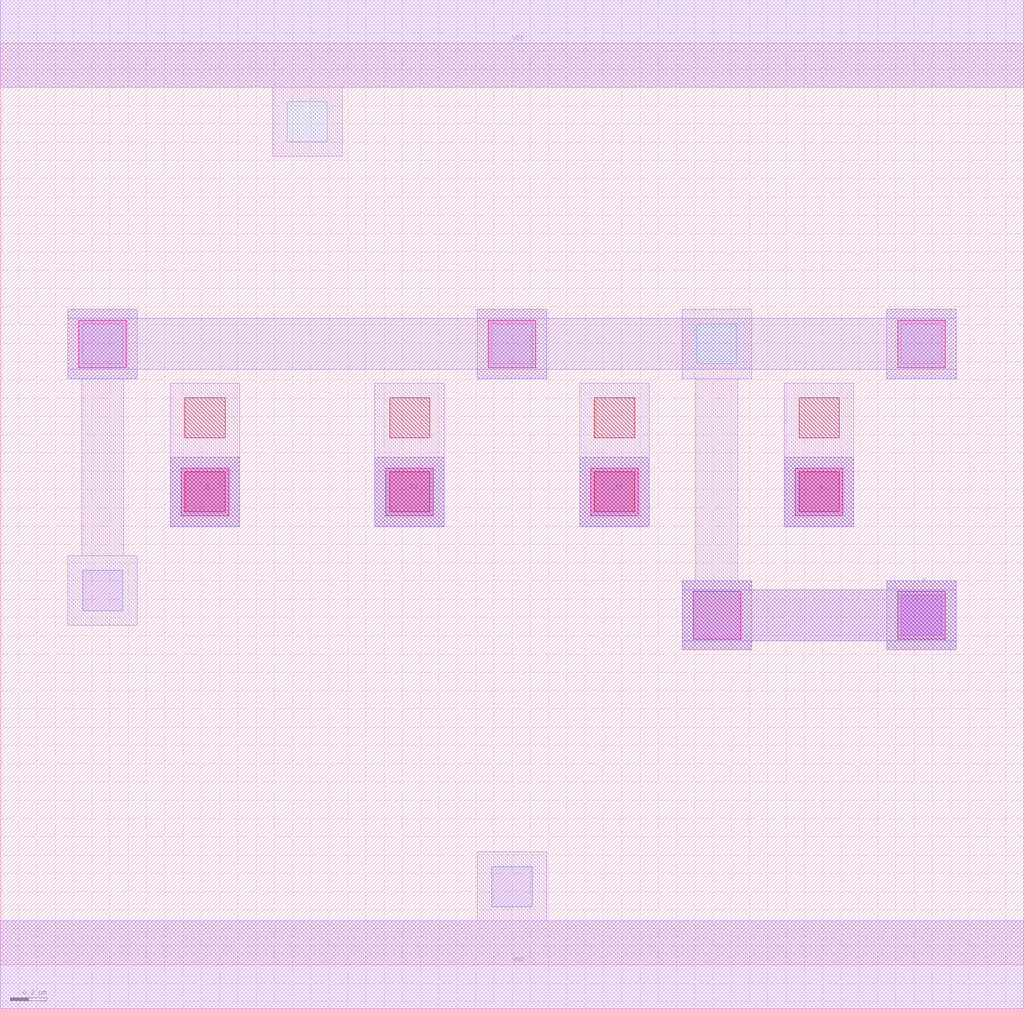
<source format=lef>
MACRO AAOI22
 CLASS CORE ;
 FOREIGN AAOI22 0 0 ;
 SIZE 5.6000000000000005 BY 5.04 ;
 ORIGIN 0 0 ;
 SYMMETRY X Y R90 ;
 SITE unit ;
  PIN VDD
   DIRECTION INOUT ;
   USE POWER ;
   SHAPE ABUTMENT ;
    PORT
     CLASS CORE ;
       LAYER met1 ;
        RECT 0.00000000 4.80000000 5.60000000 5.28000000 ;
    END
  END VDD

  PIN GND
   DIRECTION INOUT ;
   USE POWER ;
   SHAPE ABUTMENT ;
    PORT
     CLASS CORE ;
       LAYER met1 ;
        RECT 0.00000000 -0.24000000 5.60000000 0.24000000 ;
    END
  END GND

  PIN Y
   DIRECTION INOUT ;
   USE SIGNAL ;
   SHAPE ABUTMENT ;
    PORT
     CLASS CORE ;
       LAYER met2 ;
        RECT 3.73000000 1.72200000 4.11000000 1.77200000 ;
        RECT 4.85000000 1.72200000 5.23000000 1.77200000 ;
        RECT 3.73000000 1.77200000 5.23000000 2.05200000 ;
        RECT 3.73000000 2.05200000 4.11000000 2.10200000 ;
        RECT 4.85000000 2.05200000 5.23000000 2.10200000 ;
    END
  END Y

  PIN A
   DIRECTION INOUT ;
   USE SIGNAL ;
   SHAPE ABUTMENT ;
    PORT
     CLASS CORE ;
       LAYER met2 ;
        RECT 4.29000000 2.39700000 4.67000000 2.77700000 ;
    END
  END A

  PIN B
   DIRECTION INOUT ;
   USE SIGNAL ;
   SHAPE ABUTMENT ;
    PORT
     CLASS CORE ;
       LAYER met2 ;
        RECT 0.93000000 2.39700000 1.31000000 2.77700000 ;
    END
  END B

  PIN B1
   DIRECTION INOUT ;
   USE SIGNAL ;
   SHAPE ABUTMENT ;
    PORT
     CLASS CORE ;
       LAYER met2 ;
        RECT 2.05000000 2.39700000 2.43000000 2.77700000 ;
    END
  END B1

  PIN A1
   DIRECTION INOUT ;
   USE SIGNAL ;
   SHAPE ABUTMENT ;
    PORT
     CLASS CORE ;
       LAYER met2 ;
        RECT 3.17000000 2.39700000 3.55000000 2.77700000 ;
    END
  END A1

 OBS
    LAYER polycont ;
     RECT 1.01000000 2.47700000 1.23000000 2.69700000 ;
     RECT 2.13000000 2.47700000 2.35000000 2.69700000 ;
     RECT 3.25000000 2.47700000 3.47000000 2.69700000 ;
     RECT 4.37000000 2.47700000 4.59000000 2.69700000 ;
     RECT 1.01000000 2.88200000 1.23000000 3.10200000 ;
     RECT 2.13000000 2.88200000 2.35000000 3.10200000 ;
     RECT 3.25000000 2.88200000 3.47000000 3.10200000 ;
     RECT 4.37000000 2.88200000 4.59000000 3.10200000 ;

    LAYER pdiffc ;
     RECT 0.45000000 3.28700000 0.67000000 3.50700000 ;
     RECT 2.69000000 3.28700000 2.91000000 3.50700000 ;
     RECT 3.81000000 3.28700000 4.03000000 3.50700000 ;
     RECT 4.93000000 3.28700000 5.15000000 3.50700000 ;
     RECT 1.57000000 4.50200000 1.79000000 4.72200000 ;

    LAYER ndiffc ;
     RECT 2.69000000 0.31700000 2.91000000 0.53700000 ;
     RECT 4.93000000 1.80200000 5.15000000 2.02200000 ;
     RECT 0.45000000 1.93700000 0.67000000 2.15700000 ;

    LAYER met1 ;
     RECT 0.00000000 -0.24000000 5.60000000 0.24000000 ;
     RECT 2.61000000 0.24000000 2.99000000 0.61700000 ;
     RECT 4.85000000 1.72200000 5.23000000 2.10200000 ;
     RECT 0.93000000 2.39700000 1.31000000 3.18200000 ;
     RECT 2.05000000 2.39700000 2.43000000 3.18200000 ;
     RECT 3.17000000 2.39700000 3.55000000 3.18200000 ;
     RECT 4.29000000 2.39700000 4.67000000 3.18200000 ;
     RECT 0.37000000 1.85700000 0.75000000 2.23700000 ;
     RECT 0.44500000 2.23700000 0.67500000 3.20700000 ;
     RECT 0.37000000 3.20700000 0.75000000 3.58700000 ;
     RECT 2.61000000 3.20700000 2.99000000 3.58700000 ;
     RECT 3.73000000 1.72200000 4.11000000 2.10200000 ;
     RECT 3.80500000 2.10200000 4.03500000 3.20700000 ;
     RECT 3.73000000 3.20700000 4.11000000 3.58700000 ;
     RECT 4.85000000 3.20700000 5.23000000 3.58700000 ;
     RECT 1.49000000 4.42200000 1.87000000 4.80000000 ;
     RECT 0.00000000 4.80000000 5.60000000 5.28000000 ;

    LAYER via1 ;
     RECT 3.79000000 1.78200000 4.05000000 2.04200000 ;
     RECT 4.91000000 1.78200000 5.17000000 2.04200000 ;
     RECT 0.99000000 2.45700000 1.25000000 2.71700000 ;
     RECT 2.11000000 2.45700000 2.37000000 2.71700000 ;
     RECT 3.23000000 2.45700000 3.49000000 2.71700000 ;
     RECT 4.35000000 2.45700000 4.61000000 2.71700000 ;
     RECT 0.43000000 3.26700000 0.69000000 3.52700000 ;
     RECT 2.67000000 3.26700000 2.93000000 3.52700000 ;
     RECT 4.91000000 3.26700000 5.17000000 3.52700000 ;

    LAYER met2 ;
     RECT 3.73000000 1.72200000 4.11000000 1.77200000 ;
     RECT 4.85000000 1.72200000 5.23000000 1.77200000 ;
     RECT 3.73000000 1.77200000 5.23000000 2.05200000 ;
     RECT 3.73000000 2.05200000 4.11000000 2.10200000 ;
     RECT 4.85000000 2.05200000 5.23000000 2.10200000 ;
     RECT 0.93000000 2.39700000 1.31000000 2.77700000 ;
     RECT 2.05000000 2.39700000 2.43000000 2.77700000 ;
     RECT 3.17000000 2.39700000 3.55000000 2.77700000 ;
     RECT 4.29000000 2.39700000 4.67000000 2.77700000 ;
     RECT 0.37000000 3.20700000 0.75000000 3.25700000 ;
     RECT 2.61000000 3.20700000 2.99000000 3.25700000 ;
     RECT 4.85000000 3.20700000 5.23000000 3.25700000 ;
     RECT 0.37000000 3.25700000 5.23000000 3.53700000 ;
     RECT 0.37000000 3.53700000 0.75000000 3.58700000 ;
     RECT 2.61000000 3.53700000 2.99000000 3.58700000 ;
     RECT 4.85000000 3.53700000 5.23000000 3.58700000 ;

 END
END AAOI22

</source>
